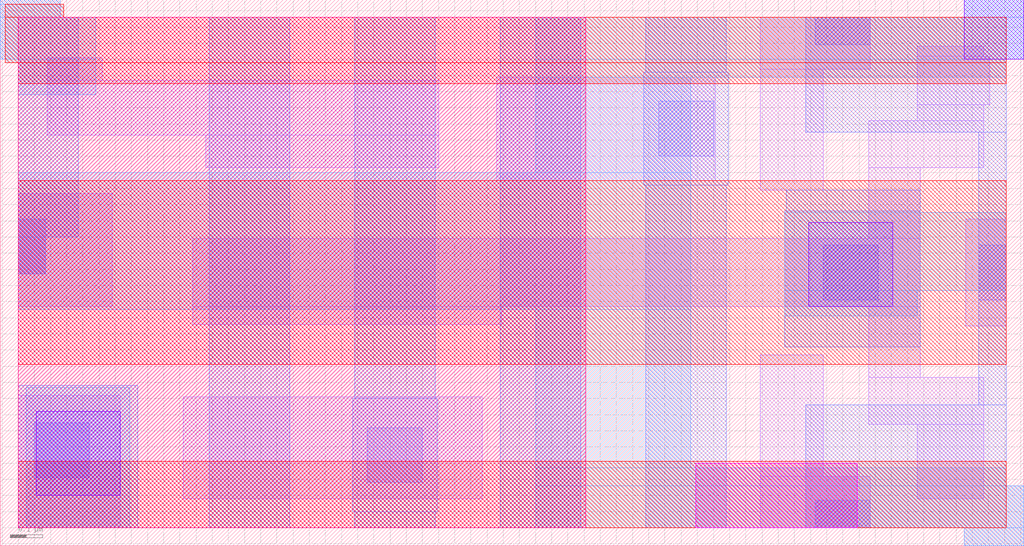
<source format=lef>
# Copyright 2020 The SkyWater PDK Authors
#
# Licensed under the Apache License, Version 2.0 (the "License");
# you may not use this file except in compliance with the License.
# You may obtain a copy of the License at
#
#     https://www.apache.org/licenses/LICENSE-2.0
#
# Unless required by applicable law or agreed to in writing, software
# distributed under the License is distributed on an "AS IS" BASIS,
# WITHOUT WARRANTIES OR CONDITIONS OF ANY KIND, either express or implied.
# See the License for the specific language governing permissions and
# limitations under the License.
#
# SPDX-License-Identifier: Apache-2.0

VERSION 5.7 ;
  NOWIREEXTENSIONATPIN ON ;
  DIVIDERCHAR "/" ;
  BUSBITCHARS "[]" ;
MACRO sky130_fd_bd_sram__sram_dp_swldrv_opt2ci
  CLASS BLOCK ;
  FOREIGN sky130_fd_bd_sram__sram_dp_swldrv_opt2ci ;
  ORIGIN  0.055000  0.055000 ;
  SIZE  3.165000 BY  1.690000 ;
  OBS
    LAYER li1 ;
      RECT 0.000000 0.000000 0.315000 0.410000 ;
      RECT 0.000000 0.685000 0.290000 1.035000 ;
      RECT 0.090000 1.215000 1.300000 1.385000 ;
      RECT 0.090000 1.385000 0.260000 1.455000 ;
      RECT 0.510000 0.090000 1.435000 0.405000 ;
      RECT 0.540000 0.630000 1.495000 0.685000 ;
      RECT 0.540000 0.685000 2.790000 0.895000 ;
      RECT 0.580000 1.115000 1.300000 1.215000 ;
      RECT 1.480000 1.075000 2.155000 1.395000 ;
      RECT 2.295000 0.000000 2.635000 0.160000 ;
      RECT 2.295000 0.160000 2.490000 0.535000 ;
      RECT 2.295000 1.045000 2.490000 1.420000 ;
      RECT 2.295000 1.420000 2.635000 1.580000 ;
      RECT 2.630000 0.320000 2.985000 0.465000 ;
      RECT 2.630000 0.465000 2.790000 0.685000 ;
      RECT 2.630000 0.895000 2.790000 1.115000 ;
      RECT 2.630000 1.115000 2.985000 1.260000 ;
      RECT 2.780000 0.090000 2.985000 0.320000 ;
      RECT 2.780000 1.260000 2.985000 1.310000 ;
      RECT 2.780000 1.310000 3.005000 1.460000 ;
      RECT 2.780000 1.460000 2.985000 1.490000 ;
      RECT 2.930000 0.625000 3.055000 0.955000 ;
    LAYER mcon ;
      RECT 0.000000 0.785000 0.085000 0.955000 ;
      RECT 0.050000 0.155000 0.220000 0.325000 ;
      RECT 1.080000 0.140000 1.250000 0.310000 ;
      RECT 1.980000 1.150000 2.150000 1.320000 ;
      RECT 2.465000 0.000000 2.635000 0.085000 ;
      RECT 2.465000 1.495000 2.635000 1.580000 ;
      RECT 2.490000 0.705000 2.660000 0.875000 ;
      RECT 2.970000 0.705000 3.055000 0.875000 ;
    LAYER met1 ;
      RECT -0.055000  1.450000 0.185000 1.580000 ;
      RECT -0.055000  1.580000 0.130000 1.635000 ;
      RECT  0.000000  0.000000 0.370000 0.440000 ;
      RECT  0.000000  0.785000 0.085000 0.900000 ;
      RECT  0.000000  0.900000 0.185000 1.450000 ;
      RECT  0.590000  0.000000 0.840000 1.580000 ;
      RECT  1.035000  0.050000 1.295000 0.400000 ;
      RECT  1.040000  0.000000 1.290000 0.050000 ;
      RECT  1.040000  0.400000 1.290000 1.580000 ;
      RECT  1.490000  0.000000 1.740000 1.580000 ;
      RECT  1.935000  1.060000 2.195000 1.410000 ;
      RECT  1.940000  0.000000 2.190000 1.060000 ;
      RECT  1.940000  1.410000 2.190000 1.580000 ;
      RECT  2.370000  0.560000 2.790000 0.980000 ;
      RECT  2.375000  0.980000 2.790000 1.045000 ;
      RECT  2.435000  0.000000 3.110000 0.130000 ;
      RECT  2.435000  0.130000 3.055000 0.380000 ;
      RECT  2.435000  1.225000 3.055000 1.450000 ;
      RECT  2.435000  1.450000 3.110000 1.580000 ;
      RECT  2.925000 -0.055000 3.110000 0.000000 ;
      RECT  2.925000  1.580000 3.110000 1.635000 ;
      RECT  2.970000  0.380000 3.055000 1.225000 ;
    LAYER met2 ;
      RECT -0.055000  1.450000 0.240000 1.580000 ;
      RECT -0.055000  1.580000 0.140000 1.620000 ;
      RECT -0.055000  1.620000 0.130000 1.635000 ;
      RECT -0.040000  1.440000 0.240000 1.450000 ;
      RECT  0.000000  0.675000 2.080000 1.100000 ;
      RECT  0.000000  1.340000 0.240000 1.440000 ;
      RECT  0.025000  0.000000 0.345000 0.435000 ;
      RECT  1.600000  0.000000 3.110000 0.130000 ;
      RECT  1.600000  0.130000 3.055000 0.185000 ;
      RECT  1.600000  0.185000 2.080000 0.675000 ;
      RECT  1.600000  1.100000 2.080000 1.395000 ;
      RECT  1.600000  1.395000 3.055000 1.450000 ;
      RECT  1.600000  1.450000 3.110000 1.580000 ;
      RECT  2.370000  0.655000 2.780000 0.735000 ;
      RECT  2.370000  0.735000 3.055000 0.975000 ;
      RECT  2.925000 -0.055000 3.110000 0.000000 ;
      RECT  2.925000  1.580000 3.110000 1.635000 ;
    LAYER met3 ;
      RECT -0.040000 1.440000 3.055000 1.580000 ;
      RECT -0.040000 1.580000 0.140000 1.620000 ;
      RECT  0.000000 0.000000 3.055000 0.205000 ;
      RECT  0.000000 0.505000 3.055000 1.075000 ;
      RECT  0.000000 1.375000 3.055000 1.440000 ;
    LAYER nwell ;
      RECT 0.000000 0.000000 1.755000 1.580000 ;
    LAYER pwell ;
      RECT 2.095000 0.000000 2.595000 0.200000 ;
    LAYER via ;
      RECT 0.055000 0.100000 0.315000 0.360000 ;
      RECT 2.445000 0.685000 2.705000 0.945000 ;
      RECT 2.925000 1.450000 3.110000 1.635000 ;
  END
END sky130_fd_bd_sram__sram_dp_swldrv_opt2ci
END LIBRARY

</source>
